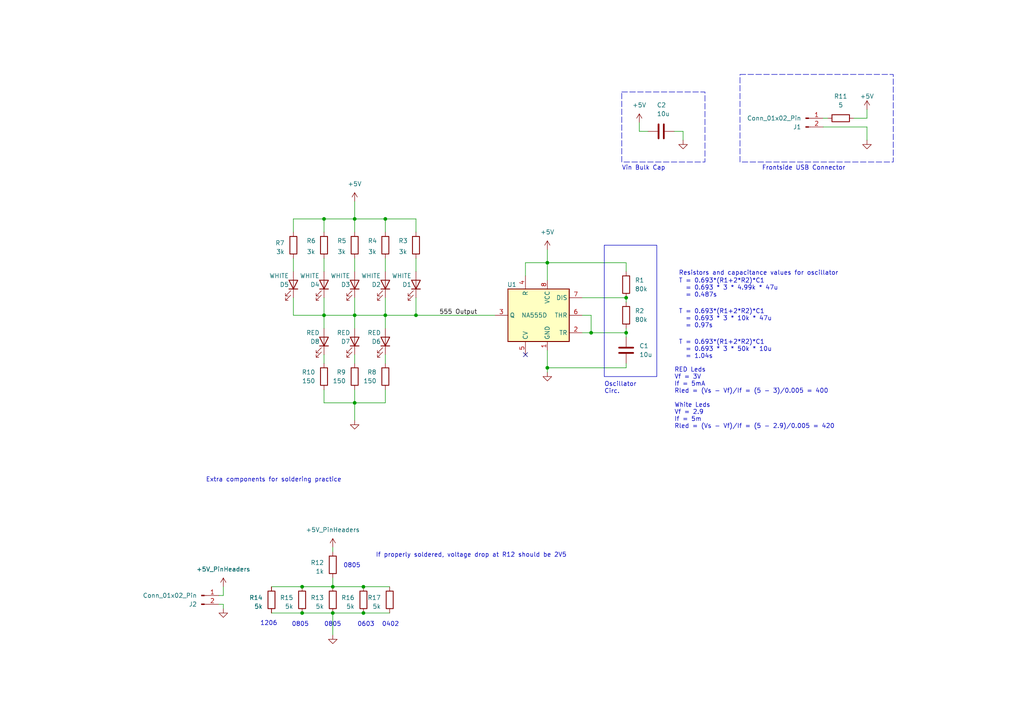
<source format=kicad_sch>
(kicad_sch (version 20231120) (generator "eeschema") (generator_version "8.0")
  (paper "A4")
  (title_block (title "ElecSoc USB business card") (company "ElecSoc"))
  (lib_symbols
    (symbol "Connector:Conn_01x02_Pin" (pin_names (offset 1.016) hide)
      (property "Reference" "J" (at 0 2.54 0))
      (property "Value" "Conn_01x02_Pin" (at 0 -5.08 0))
      (symbol "Conn_01x02_Pin_1_1"
        (polyline (pts (xy 1.27 -2.54) (xy 0.8636 -2.54)) (stroke (width 0.1524)))
        (polyline (pts (xy 1.27 0) (xy 0.8636 0)) (stroke (width 0.1524)))
        (rectangle (start 0.8636 -2.413) (end 0 -2.667) (stroke (width 0.1524)) (fill (type outline)))
        (rectangle (start 0.8636 0.127) (end 0 -0.127) (stroke (width 0.1524)) (fill (type outline)))
        (pin passive line (at 5.08 0 180) (length 3.81) (name "Pin_1") (number "1"))
        (pin passive line (at 5.08 -2.54 180) (length 3.81) (name "Pin_2") (number "2"))
      )
    )
    (symbol "Device:C" (pin_numbers hide) (pin_names (offset 0.254))
      (property "Reference" "C" (at 0.635 2.54 0))
      (property "Value" "C" (at 0.635 -2.54 0))
      (symbol "C_0_1"
        (polyline (pts (xy -2.032 -0.762) (xy 2.032 -0.762)) (stroke (width 0.508)))
        (polyline (pts (xy -2.032 0.762) (xy 2.032 0.762)) (stroke (width 0.508)))
      )
      (symbol "C_1_1"
        (pin passive line (at 0 3.81 270) (length 2.794) (name "~") (number "1"))
        (pin passive line (at 0 -3.81 90) (length 2.794) (name "~") (number "2"))
      )
    )
    (symbol "Device:LED" (pin_numbers hide) (pin_names (offset 1.016) hide)
      (property "Reference" "D" (at 0 2.54 0))
      (property "Value" "LED" (at 0 -2.54 0))
      (symbol "LED_0_1"
        (polyline (pts (xy -1.27 -1.27) (xy -1.27 1.27)) (stroke (width 0.254)))
        (polyline (pts (xy -1.27 0) (xy 1.27 0)))
        (polyline (pts (xy 1.27 -1.27) (xy 1.27 1.27) (xy -1.27 0) (xy 1.27 -1.27)) (stroke (width 0.254)))
        (polyline (pts (xy -3.048 -0.762) (xy -4.572 -2.286) (xy -3.81 -2.286) (xy -4.572 -2.286) (xy -4.572 -1.524)))
        (polyline (pts (xy -1.778 -0.762) (xy -3.302 -2.286) (xy -2.54 -2.286) (xy -3.302 -2.286) (xy -3.302 -1.524)))
      )
      (symbol "LED_1_1"
        (pin passive line (at -3.81 0 0) (length 2.54) (name "K") (number "1"))
        (pin passive line (at 3.81 0 180) (length 2.54) (name "A") (number "2"))
      )
    )
    (symbol "Device:R" (pin_numbers hide) (pin_names (offset 0))
      (property "Reference" "R" (at 2.032 0 90))
      (property "Value" "R" (at 0 0 90))
      (symbol "R_0_1"
        (rectangle (start -1.016 -2.54) (end 1.016 2.54) (stroke (width 0.254)))
      )
      (symbol "R_1_1"
        (pin passive line (at 0 3.81 270) (length 1.27) (name "~") (number "1"))
        (pin passive line (at 0 -3.81 90) (length 1.27) (name "~") (number "2"))
      )
    )
    (symbol "Timer:NA555D"
      (property "Reference" "U1" (at 6.35 8.89 0))
      (property "Value" "NA555D" (at -2.54 0 0))
      (symbol "NA555D_0_0"
        (pin power_in line (at -2.54 -10.16 90) (length 2.54) (name "GND") (number "1"))
        (pin power_in line (at -2.54 10.16 270) (length 2.54) (name "VCC") (number "8"))
      )
      (symbol "NA555D_0_1"
        (rectangle (start -8.89 -7.62) (end 8.89 7.62) (stroke (width 0.254)) (fill (type background)))
        (rectangle (start -8.89 7.62) (end 8.89 -7.62) (stroke (width 0.254)) (fill (type background)))
      )
      (symbol "NA555D_1_1"
        (pin input line (at -12.7 -5.08 0) (length 3.81) (name "TR") (number "2"))
        (pin output line (at 12.7 0 180) (length 3.81) (name "Q") (number "3"))
        (pin input line (at 3.81 11.43 270) (length 3.81) (name "R") (number "4"))
        (pin input line (at 3.81 -11.43 90) (length 3.81) (name "CV") (number "5"))
        (pin input line (at -12.7 0 0) (length 3.81) (name "THR") (number "6"))
        (pin input line (at -12.7 5.08 0) (length 3.81) (name "DIS") (number "7"))
      )
    )
    (symbol "power:+5V" (power) (pin_names (offset 0))
      (property "Value" "+5V" (at 0 3.556 0))
      (symbol "+5V_0_1"
        (polyline (pts (xy -0.762 1.27) (xy 0 2.54)))
        (polyline (pts (xy 0 0) (xy 0 2.54)))
        (polyline (pts (xy 0 2.54) (xy 0.762 1.27)))
      )
      (symbol "+5V_1_1"
        (pin power_in line (at 0 0 90) (length 0) hide (name "+5V") (number "1"))
      )
    )
    (symbol "power:GND" (power) (pin_names (offset 0))
      (property "Value" "GND" (at 0 -3.81 0))
      (symbol "GND_0_1"
        (polyline (pts (xy 0 0) (xy 0 -1.27) (xy 1.27 -1.27) (xy 0 -2.54) (xy -1.27 -1.27) (xy 0 -1.27)))
      )
      (symbol "GND_1_1"
        (pin power_in line (at 0 0 270) (length 0) hide (name "GND") (number "1"))
      )
    )
  )
  (junction (at 171.45 96.52))
  (junction (at 96.52 170.18))
  (junction (at 93.98 63.5))
  (junction (at 111.76 91.44))
  (junction (at 158.75 106.68))
  (junction (at 111.76 63.5))
  (junction (at 158.75 76.2))
  (junction (at 102.87 63.5))
  (junction (at 181.61 86.36))
  (junction (at 93.98 91.44))
  (junction (at 96.52 177.8))
  (junction (at 102.87 116.84))
  (junction (at 105.41 170.18))
  (junction (at 120.65 91.44))
  (junction (at 102.87 91.44))
  (junction (at 87.63 177.8))
  (junction (at 105.41 177.8))
  (junction (at 87.63 170.18))
  (junction (at 181.61 96.52))
  (no_connect (at 152.4 102.87))
  (wire (pts (xy 96.52 158.75) (xy 96.52 160.02)))
  (wire (pts (xy 102.87 63.5) (xy 102.87 67.31)))
  (wire (pts (xy 96.52 170.18) (xy 105.41 170.18)))
  (wire (pts (xy 158.75 101.6) (xy 158.75 106.68)))
  (wire (pts (xy 158.75 107.95) (xy 158.75 106.68)))
  (wire (pts (xy 168.91 91.44) (xy 171.45 91.44)))
  (wire (pts (xy 185.42 35.56) (xy 185.42 38.1)))
  (wire (pts (xy 171.45 96.52) (xy 168.91 96.52)))
  (wire (pts (xy 102.87 95.25) (xy 102.87 91.44)))
  (wire (pts (xy 120.65 86.36) (xy 120.65 91.44)))
  (wire (pts (xy 96.52 177.8) (xy 105.41 177.8)))
  (wire (pts (xy 96.52 177.8) (xy 96.52 184.15)))
  (wire (pts (xy 152.4 76.2) (xy 152.4 80.01)))
  (wire (pts (xy 63.5 175.26) (xy 64.77 175.26)))
  (wire (pts (xy 102.87 58.42) (xy 102.87 63.5)))
  (wire (pts (xy 93.98 86.36) (xy 93.98 91.44)))
  (wire (pts (xy 85.09 91.44) (xy 93.98 91.44)))
  (wire (pts (xy 120.65 63.5) (xy 120.65 67.31)))
  (wire (pts (xy 158.75 76.2) (xy 158.75 81.28)))
  (wire (pts (xy 247.65 34.29) (xy 251.46 34.29)))
  (wire (pts (xy 111.76 116.84) (xy 102.87 116.84)))
  (wire (pts (xy 102.87 74.93) (xy 102.87 78.74)))
  (wire (pts (xy 120.65 74.93) (xy 120.65 78.74)))
  (wire (pts (xy 93.98 63.5) (xy 85.09 63.5)))
  (wire (pts (xy 85.09 63.5) (xy 85.09 67.31)))
  (wire (pts (xy 64.77 172.72) (xy 64.77 170.18)))
  (wire (pts (xy 64.77 175.26) (xy 64.77 176.53)))
  (wire (pts (xy 111.76 105.41) (xy 111.76 102.87)))
  (wire (pts (xy 102.87 105.41) (xy 102.87 102.87)))
  (wire (pts (xy 181.61 106.68) (xy 181.61 105.41)))
  (wire (pts (xy 63.5 172.72) (xy 64.77 172.72)))
  (wire (pts (xy 181.61 106.68) (xy 158.75 106.68)))
  (wire (pts (xy 102.87 116.84) (xy 102.87 113.03)))
  (wire (pts (xy 171.45 91.44) (xy 171.45 96.52)))
  (wire (pts (xy 181.61 95.25) (xy 181.61 96.52)))
  (wire (pts (xy 181.61 86.36) (xy 181.61 87.63)))
  (wire (pts (xy 93.98 105.41) (xy 93.98 102.87)))
  (wire (pts (xy 181.61 76.2) (xy 158.75 76.2)))
  (wire (pts (xy 111.76 95.25) (xy 111.76 91.44)))
  (wire (pts (xy 102.87 63.5) (xy 93.98 63.5)))
  (wire (pts (xy 238.76 36.83) (xy 251.46 36.83)))
  (wire (pts (xy 120.65 91.44) (xy 111.76 91.44)))
  (wire (pts (xy 111.76 116.84) (xy 111.76 113.03)))
  (wire (pts (xy 181.61 97.79) (xy 181.61 96.52)))
  (wire (pts (xy 93.98 95.25) (xy 93.98 91.44)))
  (wire (pts (xy 238.76 34.29) (xy 240.03 34.29)))
  (wire (pts (xy 158.75 76.2) (xy 152.4 76.2)))
  (wire (pts (xy 85.09 74.93) (xy 85.09 78.74)))
  (wire (pts (xy 78.74 177.8) (xy 87.63 177.8)))
  (wire (pts (xy 93.98 63.5) (xy 93.98 67.31)))
  (wire (pts (xy 198.12 38.1) (xy 198.12 40.64)))
  (wire (pts (xy 105.41 170.18) (xy 113.03 170.18)))
  (wire (pts (xy 87.63 177.8) (xy 96.52 177.8)))
  (wire (pts (xy 111.76 63.5) (xy 102.87 63.5)))
  (wire (pts (xy 102.87 116.84) (xy 93.98 116.84)))
  (wire (pts (xy 120.65 63.5) (xy 111.76 63.5)))
  (wire (pts (xy 85.09 86.36) (xy 85.09 91.44)))
  (wire (pts (xy 87.63 170.18) (xy 96.52 170.18)))
  (wire (pts (xy 102.87 86.36) (xy 102.87 91.44)))
  (wire (pts (xy 102.87 121.92) (xy 102.87 116.84)))
  (wire (pts (xy 93.98 74.93) (xy 93.98 78.74)))
  (wire (pts (xy 93.98 116.84) (xy 93.98 113.03)))
  (wire (pts (xy 185.42 38.1) (xy 187.96 38.1)))
  (wire (pts (xy 111.76 86.36) (xy 111.76 91.44)))
  (wire (pts (xy 105.41 177.8) (xy 113.03 177.8)))
  (wire (pts (xy 96.52 167.64) (xy 96.52 170.18)))
  (wire (pts (xy 251.46 34.29) (xy 251.46 31.75)))
  (wire (pts (xy 111.76 91.44) (xy 102.87 91.44)))
  (wire (pts (xy 181.61 96.52) (xy 171.45 96.52)))
  (wire (pts (xy 111.76 63.5) (xy 111.76 67.31)))
  (wire (pts (xy 102.87 91.44) (xy 93.98 91.44)))
  (wire (pts (xy 78.74 170.18) (xy 87.63 170.18)))
  (wire (pts (xy 195.58 38.1) (xy 198.12 38.1)))
  (wire (pts (xy 111.76 74.93) (xy 111.76 78.74)))
  (wire (pts (xy 158.75 72.39) (xy 158.75 76.2)))
  (wire (pts (xy 181.61 76.2) (xy 181.61 78.74)))
  (wire (pts (xy 168.91 86.36) (xy 181.61 86.36)))
  (wire (pts (xy 251.46 36.83) (xy 251.46 40.64)))
  (wire (pts (xy 143.51 91.44) (xy 120.65 91.44)))
  (rectangle (start 180.34 26.67) (end 204.47 46.99) (stroke (width 0) (type dash)))
  (rectangle (start 214.63 21.59) (end 259.08 46.99) (stroke (width 0) (type dash)))
  (rectangle (start 175.26 71.12) (end 190.5 109.22))
  (text "Frontside USB Connector" (at 220.98 49.53 0) (effects (font (size 1.27 1.27)) (justify left bottom)))
  (text "RED Leds\nVf = 3V\nIf = 5mA\nRled = (Vs - Vf)/If = (5 - 3)/0.005 = 400\n\nWhite Leds\nVf = 2.9\nIf = 5m\nRled = (Vs - Vf)/If = (5 - 2.9)/0.005 = 420" (at 195.58 124.46 0) (effects (font (size 1.27 1.27)) (justify left bottom)))
  (text "T = 0.693*(R1+2*R2)*C1\n  = 0.693 * 3 * 50k * 10u \n  = 1.04s" (at 196.85 104.14 0) (effects (font (size 1.27 1.27)) (justify left bottom)))
  (text "0603" (at 103.632 181.864 0) (effects (font (size 1.27 1.27)) (justify left bottom)))
  (text "T = 0.693*(R1+2*R2)*C1\n  = 0.693 * 3 * 10k * 47u \n  = 0.97s" (at 196.85 95.25 0) (effects (font (size 1.27 1.27)) (justify left bottom)))
  (text "If properly soldered, voltage drop at R12 should be 2V5\n" (at 108.966 161.798 0) (effects (font (size 1.27 1.27)) (justify left bottom)))
  (text "1206" (at 75.438 181.61 0) (effects (font (size 1.27 1.27)) (justify left bottom)))
  (text "0805" (at 93.98 181.864 0) (effects (font (size 1.27 1.27)) (justify left bottom)))
  (text "0805" (at 99.568 164.846 0) (effects (font (size 1.27 1.27)) (justify left bottom)))
  (text "0402" (at 110.744 181.864 0) (effects (font (size 1.27 1.27)) (justify left bottom)))
  (text "Vin Bulk Cap" (at 180.34 49.53 0) (effects (font (size 1.27 1.27)) (justify left bottom)))
  (text "Oscillator\nCirc." (at 175.26 114.3 0) (effects (font (size 1.27 1.27)) (justify left bottom)))
  (text "Resistors and capacitance values for oscillator" (at 196.85 80.01 0) (effects (font (size 1.27 1.27)) (justify left bottom)))
  (text "0805" (at 84.582 181.864 0) (effects (font (size 1.27 1.27)) (justify left bottom)))
  (text "T = 0.693*(R1+2*R2)*C1\n  = 0.693 * 3 * 4.99k * 47u \n  = 0.487s" (at 196.85 86.36 0) (effects (font (size 1.27 1.27)) (justify left bottom)))
  (text "Extra components for soldering practice\n" (at 59.69 139.954 0) (effects (font (size 1.27 1.27)) (justify left bottom)))
  (label "555 Output" (at 138.43 91.44 180))
  (symbol (lib_id "Device:R") (at 120.65 71.12 0) (mirror y) (unit 1)
    (property "Reference" "R3" (at 115.57 69.85 0) (effects (justify right)))
    (property "Value" "3k" (at 118.11 73.025 0) (effects (justify left)))
    (property "Footprint" "Resistor_SMD:R_0805_2012Metric_Pad1.20x1.40mm_HandSolder" (effects (hide yes)))
  )
  (symbol (lib_id "power:GND") (at 64.77 176.53 0) (mirror y) (unit 1)
    (property "Reference" "#PWR011" (effects (hide yes)))
    (property "Value" "GND" (effects (hide yes)))
  )
  (symbol (lib_id "Device:LED") (at 111.76 82.55 270) (mirror x) (unit 1)
    (property "Reference" "D2" (at 110.49 82.55 90) (effects (justify right)))
    (property "Value" "WHITE" (at 110.49 80.01 90) (effects (justify right)))
    (property "Footprint" "LED_SMD:LED_0805_2012Metric_Pad1.15x1.40mm_HandSolder" (effects (hide yes)))
    (property "Mfr. No." "SMLMN2WB1CW1 " (effects (hide yes)))
  )
  (symbol (lib_id "power:+5V") (at 158.75 72.39 0) (mirror y) (unit 1)
    (property "Reference" "#PWR01" (effects (hide yes)))
    (property "Value" "+5V" (at 158.75 67.31 0))
  )
  (symbol (lib_id "Connector:Conn_01x02_Pin") (at 233.68 34.29 0) (unit 1)
    (property "Reference" "J1" (at 232.41 36.83 0) (effects (justify right)))
    (property "Value" "Conn_01x02_Pin" (at 232.41 34.29 0) (effects (justify right)))
    (property "Footprint" "Library:USB_A_Male_inboard" (effects (hide yes)))
  )
  (symbol (lib_id "Device:LED") (at 93.98 99.06 270) (mirror x) (unit 1)
    (property "Reference" "D8" (at 92.71 99.06 90) (effects (justify right)))
    (property "Value" "RED" (at 92.71 96.52 90) (effects (justify right)))
    (property "Footprint" "LED_SMD:LED_0805_2012Metric_Pad1.15x1.40mm_HandSolder" (effects (hide yes)))
    (property "Datasheet" "https://www.mouser.ie/datasheet/2/180/IN_S85AT_Series_V1_1-2323391.pdf" (effects (hide yes)))
    (property "Mfr. No:" "IN-S85AT5UW" (effects (hide yes)))
  )
  (symbol (lib_id "power:+5V") (at 64.77 170.18 0) (mirror y) (unit 1)
    (property "Reference" "#PWR010" (effects (hide yes)))
    (property "Value" "+5V_PinHeaders" (at 64.77 165.1 0))
  )
  (symbol (lib_id "power:GND") (at 102.87 121.92 0) (mirror y) (unit 1)
    (property "Reference" "#PWR03" (effects (hide yes)))
    (property "Value" "GND" (effects (hide yes)))
  )
  (symbol (lib_id "Device:R") (at 102.87 71.12 0) (mirror y) (unit 1)
    (property "Reference" "R5" (at 97.79 69.85 0) (effects (justify right)))
    (property "Value" "3k" (at 100.33 73.025 0) (effects (justify left)))
    (property "Footprint" "Resistor_SMD:R_0805_2012Metric_Pad1.20x1.40mm_HandSolder" (effects (hide yes)))
  )
  (symbol (lib_id "power:+5V") (at 185.42 35.56 0) (mirror y) (unit 1)
    (property "Reference" "#PWR07" (effects (hide yes)))
    (property "Value" "+5V" (at 185.42 30.48 0))
  )
  (symbol (lib_id "power:GND") (at 198.12 40.64 0) (mirror y) (unit 1)
    (property "Reference" "#PWR08" (effects (hide yes)))
    (property "Value" "GND" (effects (hide yes)))
  )
  (symbol (lib_id "Timer:NA555D") (at 156.21 91.44 0) (mirror y) (unit 1)
    (property "Reference" "U1" (at 149.86 82.55 0) (effects (justify left)))
    (property "Value" "NA555D" (at 158.75 91.44 0) (effects (justify left)))
    (property "Footprint" "Package_SO:SOIC-8_3.9x4.9mm_P1.27mm" (effects (hide yes)))
    (property "Datasheet" "http://www.ti.com/lit/ds/symlink/ne555.pdf" (effects (hide yes)))
    (property "Mfr. No:" "621-NE555S-13" (effects (hide yes)))
  )
  (symbol (lib_id "Device:R") (at 78.74 173.99 0) (mirror y) (unit 1)
    (property "Reference" "R14" (at 76.2 173.355 0) (effects (justify left)))
    (property "Value" "5k" (at 76.2 175.895 0) (effects (justify left)))
    (property "Footprint" "Resistor_SMD:R_1206_3216Metric" (effects (hide yes)))
  )
  (symbol (lib_id "Device:R") (at 105.41 173.99 0) (mirror y) (unit 1)
    (property "Reference" "R16" (at 102.87 173.355 0) (effects (justify left)))
    (property "Value" "5k" (at 102.87 175.895 0) (effects (justify left)))
    (property "Footprint" "Resistor_SMD:R_0805_2012Metric_Pad1.20x1.40mm_HandSolder" (effects (hide yes)))
  )
  (symbol (lib_id "Device:LED") (at 120.65 82.55 270) (mirror x) (unit 1)
    (property "Reference" "D1" (at 119.38 82.55 90) (effects (justify right)))
    (property "Value" "WHITE" (at 119.38 80.01 90) (effects (justify right)))
    (property "Footprint" "LED_SMD:LED_0805_2012Metric_Pad1.15x1.40mm_HandSolder" (effects (hide yes)))
    (property "Mfr. No." "SMLMN2WB1CW1 " (effects (hide yes)))
  )
  (symbol (lib_id "power:GND") (at 96.52 184.15 0) (mirror y) (unit 1)
    (property "Reference" "#PWR09" (effects (hide yes)))
    (property "Value" "GND" (effects (hide yes)))
  )
  (symbol (lib_id "power:+5V") (at 96.52 158.75 0) (mirror y) (unit 1)
    (property "Reference" "#PWR012" (effects (hide yes)))
    (property "Value" "+5V_PinHeaders" (at 96.52 153.67 0))
  )
  (symbol (lib_id "Device:R") (at 243.84 34.29 270) (mirror x) (unit 1)
    (property "Reference" "R11" (at 243.84 27.94 90))
    (property "Value" "5" (at 243.84 30.48 90))
    (property "Footprint" "Resistor_SMD:R_0805_2012Metric_Pad1.20x1.40mm_HandSolder" (effects (hide yes)))
  )
  (symbol (lib_id "Device:R") (at 96.52 163.83 0) (mirror y) (unit 1)
    (property "Reference" "R12" (at 93.98 163.195 0) (effects (justify left)))
    (property "Value" "1k" (at 93.98 165.735 0) (effects (justify left)))
    (property "Footprint" "Resistor_SMD:R_0805_2012Metric_Pad1.20x1.40mm_HandSolder" (effects (hide yes)))
  )
  (symbol (lib_id "Device:R") (at 93.98 71.12 0) (mirror y) (unit 1)
    (property "Reference" "R6" (at 88.9 69.85 0) (effects (justify right)))
    (property "Value" "3k" (at 91.44 73.025 0) (effects (justify left)))
    (property "Footprint" "Resistor_SMD:R_0805_2012Metric_Pad1.20x1.40mm_HandSolder" (effects (hide yes)))
  )
  (symbol (lib_id "Device:LED") (at 111.76 99.06 270) (mirror x) (unit 1)
    (property "Reference" "D6" (at 110.49 99.06 90) (effects (justify right)))
    (property "Value" "RED" (at 110.49 96.52 90) (effects (justify right)))
    (property "Footprint" "LED_SMD:LED_0805_2012Metric_Pad1.15x1.40mm_HandSolder" (effects (hide yes)))
    (property "Datasheet" "https://www.mouser.ie/datasheet/2/180/IN_S85AT_Series_V1_1-2323391.pdf" (effects (hide yes)))
    (property "Mfr. No." "IN-S85AT5UW" (effects (hide yes)))
  )
  (symbol (lib_id "power:+5V") (at 102.87 58.42 0) (mirror y) (unit 1)
    (property "Reference" "#PWR04" (effects (hide yes)))
    (property "Value" "+5V" (at 102.87 53.34 0))
  )
  (symbol (lib_id "Device:LED") (at 93.98 82.55 270) (mirror x) (unit 1)
    (property "Reference" "D4" (at 92.71 82.55 90) (effects (justify right)))
    (property "Value" "WHITE" (at 92.71 80.01 90) (effects (justify right)))
    (property "Footprint" "LED_SMD:LED_0805_2012Metric_Pad1.15x1.40mm_HandSolder" (effects (hide yes)))
    (property "Mfr. No" "SMLMN2WB1CW1 " (effects (hide yes)))
  )
  (symbol (lib_id "Device:LED") (at 102.87 99.06 270) (mirror x) (unit 1)
    (property "Reference" "D7" (at 101.6 99.06 90) (effects (justify right)))
    (property "Value" "RED" (at 101.6 96.52 90) (effects (justify right)))
    (property "Footprint" "LED_SMD:LED_0805_2012Metric_Pad1.15x1.40mm_HandSolder" (effects (hide yes)))
    (property "Datasheet" "https://www.mouser.ie/datasheet/2/180/IN_S85AT_Series_V1_1-2323391.pdf" (effects (hide yes)))
    (property "Mfr. No." "IN-S85AT5UW" (effects (hide yes)))
  )
  (symbol (lib_id "Device:R") (at 113.03 173.99 0) (mirror y) (unit 1)
    (property "Reference" "R17" (at 110.49 173.355 0) (effects (justify left)))
    (property "Value" "5k" (at 110.49 175.895 0) (effects (justify left)))
    (property "Footprint" "Resistor_SMD:R_0805_2012Metric_Pad1.20x1.40mm_HandSolder" (effects (hide yes)))
  )
  (symbol (lib_id "Device:R") (at 102.87 109.22 0) (mirror y) (unit 1)
    (property "Reference" "R9" (at 100.33 107.95 0) (effects (justify left)))
    (property "Value" "150" (at 100.33 110.49 0) (effects (justify left)))
    (property "Footprint" "Resistor_SMD:R_0805_2012Metric_Pad1.20x1.40mm_HandSolder" (effects (hide yes)))
  )
  (symbol (lib_id "Device:R") (at 96.52 173.99 0) (mirror y) (unit 1)
    (property "Reference" "R13" (at 93.98 173.355 0) (effects (justify left)))
    (property "Value" "5k" (at 93.98 175.895 0) (effects (justify left)))
    (property "Footprint" "Resistor_SMD:R_0805_2012Metric_Pad1.20x1.40mm_HandSolder" (effects (hide yes)))
  )
  (symbol (lib_id "Device:R") (at 111.76 109.22 0) (mirror y) (unit 1)
    (property "Reference" "R8" (at 109.22 107.95 0) (effects (justify left)))
    (property "Value" "150" (at 109.22 110.49 0) (effects (justify left)))
    (property "Footprint" "Resistor_SMD:R_0805_2012Metric_Pad1.20x1.40mm_HandSolder" (effects (hide yes)))
  )
  (symbol (lib_id "power:+5V") (at 251.46 31.75 0) (mirror y) (unit 1)
    (property "Reference" "#PWR05" (effects (hide yes)))
    (property "Value" "+5V" (at 251.46 27.94 0))
  )
  (symbol (lib_id "Device:R") (at 93.98 109.22 0) (mirror y) (unit 1)
    (property "Reference" "R10" (at 91.44 107.95 0) (effects (justify left)))
    (property "Value" "150" (at 91.44 110.49 0) (effects (justify left)))
    (property "Footprint" "Resistor_SMD:R_0805_2012Metric_Pad1.20x1.40mm_HandSolder" (effects (hide yes)))
  )
  (symbol (lib_id "Device:LED") (at 102.87 82.55 270) (mirror x) (unit 1)
    (property "Reference" "D3" (at 101.6 82.55 90) (effects (justify right)))
    (property "Value" "WHITE" (at 101.6 80.01 90) (effects (justify right)))
    (property "Footprint" "LED_SMD:LED_0805_2012Metric_Pad1.15x1.40mm_HandSolder" (effects (hide yes)))
    (property "Mfr. No." "SMLMN2WB1CW1 " (effects (hide yes)))
  )
  (symbol (lib_id "Device:C") (at 191.77 38.1 90) (mirror x) (unit 1)
    (property "Reference" "C2" (at 190.5 30.48 90) (effects (justify right)))
    (property "Value" "10u" (at 190.5 33.02 90) (effects (justify right)))
    (property "Footprint" "Capacitor_SMD:C_0805_2012Metric_Pad1.18x1.45mm_HandSolder" (effects (hide yes)))
    (property "Datasheet" "https://www.mouser.ie/datasheet/2/281/1/GRT155D70G106ME13_01A-3135786.pdf" (effects (hide yes)))
  )
  (symbol (lib_id "Device:R") (at 87.63 173.99 0) (mirror y) (unit 1)
    (property "Reference" "R15" (at 85.09 173.355 0) (effects (justify left)))
    (property "Value" "5k" (at 85.09 175.895 0) (effects (justify left)))
    (property "Footprint" "Resistor_SMD:R_0805_2012Metric_Pad1.20x1.40mm_HandSolder" (effects (hide yes)))
  )
  (symbol (lib_id "power:GND") (at 251.46 40.64 0) (mirror y) (unit 1)
    (property "Reference" "#PWR06" (effects (hide yes)))
    (property "Value" "GND" (effects (hide yes)))
  )
  (symbol (lib_id "Device:R") (at 85.09 71.12 0) (mirror y) (unit 1)
    (property "Reference" "R7" (at 82.55 70.485 0) (effects (justify left)))
    (property "Value" "3k" (at 82.55 73.025 0) (effects (justify left)))
    (property "Footprint" "Resistor_SMD:R_0805_2012Metric_Pad1.20x1.40mm_HandSolder" (effects (hide yes)))
  )
  (symbol (lib_id "Connector:Conn_01x02_Pin") (at 58.42 172.72 0) (unit 1)
    (property "Reference" "J2" (at 57.15 175.26 0) (effects (justify right)))
    (property "Value" "Conn_01x02_Pin" (at 57.15 172.72 0) (effects (justify right)))
    (property "Footprint" "Connector_PinHeader_2.54mm:PinHeader_2x01_P2.54mm_Vertical" (effects (hide yes)))
  )
  (symbol (lib_id "Device:C") (at 181.61 101.6 0) (mirror y) (unit 1)
    (property "Reference" "C1" (at 185.42 100.33 0) (effects (justify right)))
    (property "Value" "10u" (at 185.42 102.87 0) (effects (justify right)))
    (property "Footprint" "Capacitor_SMD:C_0805_2012Metric_Pad1.18x1.45mm_HandSolder" (effects (hide yes)))
    (property "Datasheet" "https://www.mouser.ie/datasheet/2/281/1/GRT155D70G106ME13_01A-3135786.pdf" (effects (hide yes)))
  )
  (symbol (lib_id "Device:R") (at 181.61 91.44 0) (mirror y) (unit 1)
    (property "Reference" "R2" (at 184.15 90.17 0) (effects (justify right)))
    (property "Value" "80k" (at 184.15 92.71 0) (effects (justify right)))
    (property "Footprint" "Resistor_SMD:R_0805_2012Metric_Pad1.20x1.40mm_HandSolder" (effects (hide yes)))
  )
  (symbol (lib_id "power:GND") (at 158.75 107.95 0) (mirror y) (unit 1)
    (property "Reference" "#PWR02" (effects (hide yes)))
    (property "Value" "GND" (effects (hide yes)))
  )
  (symbol (lib_id "Device:R") (at 111.76 71.12 0) (mirror y) (unit 1)
    (property "Reference" "R4" (at 106.68 69.85 0) (effects (justify right)))
    (property "Value" "3k" (at 109.22 73.025 0) (effects (justify left)))
    (property "Footprint" "Resistor_SMD:R_0805_2012Metric_Pad1.20x1.40mm_HandSolder" (effects (hide yes)))
  )
  (symbol (lib_id "Device:R") (at 181.61 82.55 0) (mirror y) (unit 1)
    (property "Reference" "R1" (at 184.15 81.28 0) (effects (justify right)))
    (property "Value" "80k" (at 184.15 83.82 0) (effects (justify right)))
    (property "Footprint" "Resistor_SMD:R_0805_2012Metric_Pad1.20x1.40mm_HandSolder" (effects (hide yes)))
  )
  (symbol (lib_id "Device:LED") (at 85.09 82.55 270) (mirror x) (unit 1)
    (property "Reference" "D5" (at 83.82 82.55 90) (effects (justify right)))
    (property "Value" "WHITE" (at 83.82 80.01 90) (effects (justify right)))
    (property "Footprint" "LED_SMD:LED_0805_2012Metric_Pad1.15x1.40mm_HandSolder" (effects (hide yes)))
    (property "Mfr. No." "SMLMN2WB1CW1 " (effects (hide yes)))
  )
)
</source>
